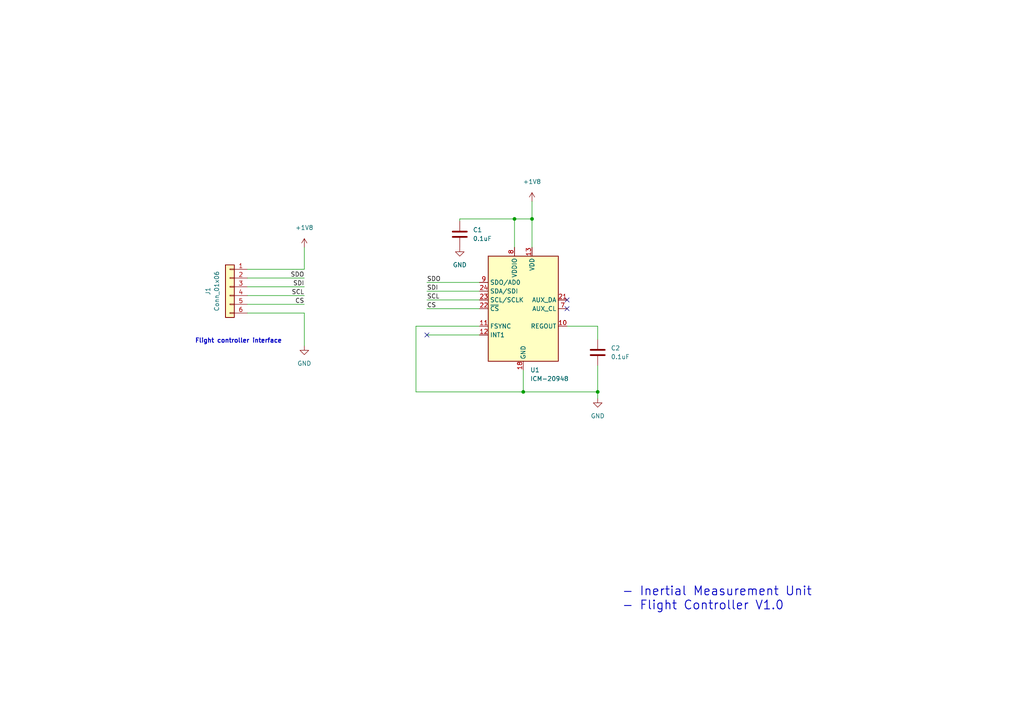
<source format=kicad_sch>
(kicad_sch (version 20211123) (generator eeschema)
  (paper "A4")
  (lib_symbols
    (symbol "Connector_Generic:Conn_01x06" (pin_names (offset 1.016) hide)
      (property "Reference" "J" (at 0 7.62 0))
      (property "Value" "Conn_01x06" (at 0 -10.16 0))
      (symbol "Conn_01x06_1_1"
        (rectangle (start -1.27 -7.493) (end 0 -7.747) (stroke (width 0.1524)))
        (rectangle (start -1.27 -4.953) (end 0 -5.207) (stroke (width 0.1524)))
        (rectangle (start -1.27 -2.413) (end 0 -2.667) (stroke (width 0.1524)))
        (rectangle (start -1.27 0.127) (end 0 -0.127) (stroke (width 0.1524)))
        (rectangle (start -1.27 2.667) (end 0 2.413) (stroke (width 0.1524)))
        (rectangle (start -1.27 5.207) (end 0 4.953) (stroke (width 0.1524)))
        (rectangle (start -1.27 6.35) (end 1.27 -8.89) (stroke (width 0.254)) (fill (type background)))
        (pin passive line (at -5.08 5.08 0) (length 3.81) (name "Pin_1") (number "1"))
        (pin passive line (at -5.08 2.54 0) (length 3.81) (name "Pin_2") (number "2"))
        (pin passive line (at -5.08 0 0) (length 3.81) (name "Pin_3") (number "3"))
        (pin passive line (at -5.08 -2.54 0) (length 3.81) (name "Pin_4") (number "4"))
        (pin passive line (at -5.08 -5.08 0) (length 3.81) (name "Pin_5") (number "5"))
        (pin passive line (at -5.08 -7.62 0) (length 3.81) (name "Pin_6") (number "6"))
      )
    )
    (symbol "Device:C" (pin_numbers hide) (pin_names (offset 0.254))
      (property "Reference" "C" (at 0.635 2.54 0))
      (property "Value" "C" (at 0.635 -2.54 0))
      (symbol "C_0_1"
        (polyline (pts (xy -2.032 -0.762) (xy 2.032 -0.762)) (stroke (width 0.508)))
        (polyline (pts (xy -2.032 0.762) (xy 2.032 0.762)) (stroke (width 0.508)))
      )
      (symbol "C_1_1"
        (pin passive line (at 0 3.81 270) (length 2.794) (name "~") (number "1"))
        (pin passive line (at 0 -3.81 90) (length 2.794) (name "~") (number "2"))
      )
    )
    (symbol "Sensor_Motion:ICM-20948"
      (property "Reference" "U" (at -11.43 16.51 0))
      (property "Value" "ICM-20948" (at 7.62 -16.51 0))
      (symbol "ICM-20948_0_1"
        (rectangle (start -10.16 15.24) (end 10.16 -15.24) (stroke (width 0.254)) (fill (type background)))
      )
      (symbol "ICM-20948_1_1"
        (pin no_connect line (at -10.16 12.7 0) (length 2.54) hide (name "NC") (number "1"))
        (pin passive line (at 12.7 -5.08 180) (length 2.54) (name "REGOUT") (number "10"))
        (pin input line (at -12.7 -5.08 0) (length 2.54) (name "FSYNC") (number "11"))
        (pin output line (at -12.7 -7.62 0) (length 2.54) (name "INT1") (number "12"))
        (pin power_in line (at 2.54 17.78 270) (length 2.54) (name "VDD") (number "13"))
        (pin no_connect line (at 10.16 7.62 180) (length 2.54) hide (name "NC") (number "14"))
        (pin no_connect line (at 10.16 5.08 180) (length 2.54) hide (name "NC") (number "15"))
        (pin no_connect line (at 10.16 -7.62 180) (length 2.54) hide (name "NC") (number "16"))
        (pin no_connect line (at 10.16 -10.16 180) (length 2.54) hide (name "NC") (number "17"))
        (pin power_in line (at 0 -17.78 90) (length 2.54) (name "GND") (number "18"))
        (pin no_connect line (at 10.16 -12.7 180) (length 2.54) hide (name "RESV") (number "19"))
        (pin no_connect line (at -10.16 10.16 0) (length 2.54) hide (name "NC") (number "2"))
        (pin passive line (at 0 -17.78 90) (length 2.54) hide (name "GND") (number "20"))
        (pin bidirectional line (at 12.7 2.54 180) (length 2.54) (name "AUX_DA") (number "21"))
        (pin input line (at -12.7 0 0) (length 2.54) (name "~{CS}") (number "22"))
        (pin input line (at -12.7 2.54 0) (length 2.54) (name "SCL/SCLK") (number "23"))
        (pin bidirectional line (at -12.7 5.08 0) (length 2.54) (name "SDA/SDI") (number "24"))
        (pin no_connect line (at -10.16 -2.54 0) (length 2.54) hide (name "NC") (number "3"))
        (pin no_connect line (at -10.16 -10.16 0) (length 2.54) hide (name "NC") (number "4"))
        (pin no_connect line (at -10.16 -12.7 0) (length 2.54) hide (name "NC") (number "5"))
        (pin no_connect line (at 10.16 10.16 180) (length 2.54) hide (name "NC") (number "6"))
        (pin output line (at 12.7 0 180) (length 2.54) (name "AUX_CL") (number "7"))
        (pin power_in line (at -2.54 17.78 270) (length 2.54) (name "VDDIO") (number "8"))
        (pin bidirectional line (at -12.7 7.62 0) (length 2.54) (name "SDO/AD0") (number "9"))
      )
    )
    (symbol "power:+1V8" (power) (pin_names (offset 0))
      (property "Value" "+1V8" (at 0 3.556 0))
      (symbol "+1V8_0_1"
        (polyline (pts (xy -0.762 1.27) (xy 0 2.54)))
        (polyline (pts (xy 0 0) (xy 0 2.54)))
        (polyline (pts (xy 0 2.54) (xy 0.762 1.27)))
      )
      (symbol "+1V8_1_1"
        (pin power_in line (at 0 0 90) (length 0) hide (name "+1V8") (number "1"))
      )
    )
    (symbol "power:GND" (power) (pin_names (offset 0))
      (property "Value" "GND" (at 0 -3.81 0))
      (symbol "GND_0_1"
        (polyline (pts (xy 0 0) (xy 0 -1.27) (xy 1.27 -1.27) (xy 0 -2.54) (xy -1.27 -1.27) (xy 0 -1.27)))
      )
      (symbol "GND_1_1"
        (pin power_in line (at 0 0 270) (length 0) hide (name "GND") (number "1"))
      )
    )
  )
  (junction (at 173.355 113.665))
  (junction (at 151.765 113.665))
  (junction (at 154.305 63.5))
  (junction (at 149.225 63.5))
  (no_connect (at 164.465 86.995))
  (no_connect (at 164.465 89.535))
  (no_connect (at 123.825 97.155))
  (wire (pts (xy 71.755 78.105) (xy 88.265 78.105)))
  (wire (pts (xy 151.765 113.665) (xy 173.355 113.665)))
  (wire (pts (xy 71.755 80.645) (xy 88.265 80.645)))
  (wire (pts (xy 123.825 97.155) (xy 139.065 97.155)))
  (wire (pts (xy 71.755 88.265) (xy 88.265 88.265)))
  (wire (pts (xy 123.825 84.455) (xy 139.065 84.455)))
  (wire (pts (xy 154.305 58.42) (xy 154.305 63.5)))
  (wire (pts (xy 123.825 86.995) (xy 139.065 86.995)))
  (wire (pts (xy 154.305 71.755) (xy 154.305 63.5)))
  (wire (pts (xy 123.825 89.535) (xy 139.065 89.535)))
  (wire (pts (xy 71.755 90.805) (xy 88.265 90.805)))
  (wire (pts (xy 123.825 81.915) (xy 139.065 81.915)))
  (wire (pts (xy 173.355 94.615) (xy 173.355 98.425)))
  (wire (pts (xy 149.225 63.5) (xy 133.35 63.5)))
  (wire (pts (xy 120.65 94.615) (xy 120.65 113.665)))
  (wire (pts (xy 151.765 107.315) (xy 151.765 113.665)))
  (wire (pts (xy 133.35 63.5) (xy 133.35 64.135)))
  (wire (pts (xy 173.355 115.57) (xy 173.355 113.665)))
  (wire (pts (xy 149.225 63.5) (xy 154.305 63.5)))
  (wire (pts (xy 120.65 113.665) (xy 151.765 113.665)))
  (wire (pts (xy 88.265 90.805) (xy 88.265 100.33)))
  (wire (pts (xy 120.65 94.615) (xy 139.065 94.615)))
  (wire (pts (xy 164.465 94.615) (xy 173.355 94.615)))
  (wire (pts (xy 149.225 71.755) (xy 149.225 63.5)))
  (wire (pts (xy 71.755 83.185) (xy 88.265 83.185)))
  (wire (pts (xy 88.265 71.755) (xy 88.265 78.105)))
  (wire (pts (xy 173.355 113.665) (xy 173.355 106.045)))
  (wire (pts (xy 71.755 85.725) (xy 88.265 85.725)))
  (text "Flight controller interface" (at 56.515 99.695 0) (effects (font (size 1.27 1.27) bold) (justify left bottom)))
  (text "- Inertial Measurement Unit\n- Flight Controller V1.0" (at 180.34 177.165 0) (effects (font (size 2.54 2.54) (thickness 0.254) bold) (justify left bottom)))
  (label "SCL" (at 88.265 85.725 180))
  (label "SDI" (at 123.825 84.455 0))
  (label "SDO" (at 88.265 80.645 180))
  (label "SDO" (at 123.825 81.915 0))
  (label "SCL" (at 123.825 86.995 0))
  (label "SDI" (at 88.265 83.185 180))
  (label "CS" (at 123.825 89.535 0))
  (label "CS" (at 88.265 88.265 180))
  (symbol (lib_id "power:GND") (at 88.265 100.33 0) (unit 1)
    (property "Reference" "#PWR02" (effects hide))
    (property "Value" "GND" (at 88.265 105.41 0))
  )
  (symbol (lib_id "power:GND") (at 133.35 71.755 0) (unit 1)
    (property "Reference" "#PWR03" (effects hide))
    (property "Value" "GND" (at 133.35 76.835 0))
  )
  (symbol (lib_id "power:GND") (at 173.355 115.57 0) (unit 1)
    (property "Reference" "#PWR05" (effects hide))
    (property "Value" "GND" (at 173.355 120.65 0))
  )
  (symbol (lib_id "Device:C") (at 173.355 102.235 0) (unit 1)
    (property "Reference" "C2" (at 177.165 100.9649 0) (effects (justify left)))
    (property "Value" "0.1uF" (at 177.165 103.5049 0) (effects (justify left)))
    (property "Footprint" "Capacitor_SMD:C_0603_1608Metric" (effects hide))
  )
  (symbol (lib_id "power:+1V8") (at 88.265 71.755 0) (unit 1)
    (property "Reference" "#PWR01" (effects hide))
    (property "Value" "+1V8" (at 88.265 66.04 0))
  )
  (symbol (lib_id "power:+1V8") (at 154.305 58.42 0) (unit 1)
    (property "Reference" "#PWR04" (effects hide))
    (property "Value" "+1V8" (at 154.305 52.705 0))
  )
  (symbol (lib_id "Sensor_Motion:ICM-20948") (at 151.765 89.535 0) (unit 1)
    (property "Reference" "U1" (at 153.7844 107.315 0) (effects (justify left)))
    (property "Value" "ICM-20948" (at 153.7844 109.855 0) (effects (justify left)))
    (property "Footprint" "Sensor_Motion:InvenSense_QFN-24_3x3mm_P0.4mm" (effects hide))
    (property "Datasheet" "http://www.invensense.com/wp-content/uploads/2016/06/DS-000189-ICM-20948-v1.3.pdf" (effects hide))
  )
  (symbol (lib_id "Connector_Generic:Conn_01x06") (at 66.675 83.185 0) (mirror y) (unit 1)
    (property "Reference" "J1" (at 60.325 84.455 90))
    (property "Value" "Conn_01x06" (at 62.865 84.455 90))
    (property "Footprint" "Apogee:687108183722" (effects hide))
  )
  (symbol (lib_id "Device:C") (at 133.35 67.945 0) (unit 1)
    (property "Reference" "C1" (at 137.16 66.6749 0) (effects (justify left)))
    (property "Value" "0.1uF" (at 137.16 69.2149 0) (effects (justify left)))
    (property "Footprint" "Capacitor_SMD:C_0603_1608Metric" (effects hide))
  )
)
</source>
